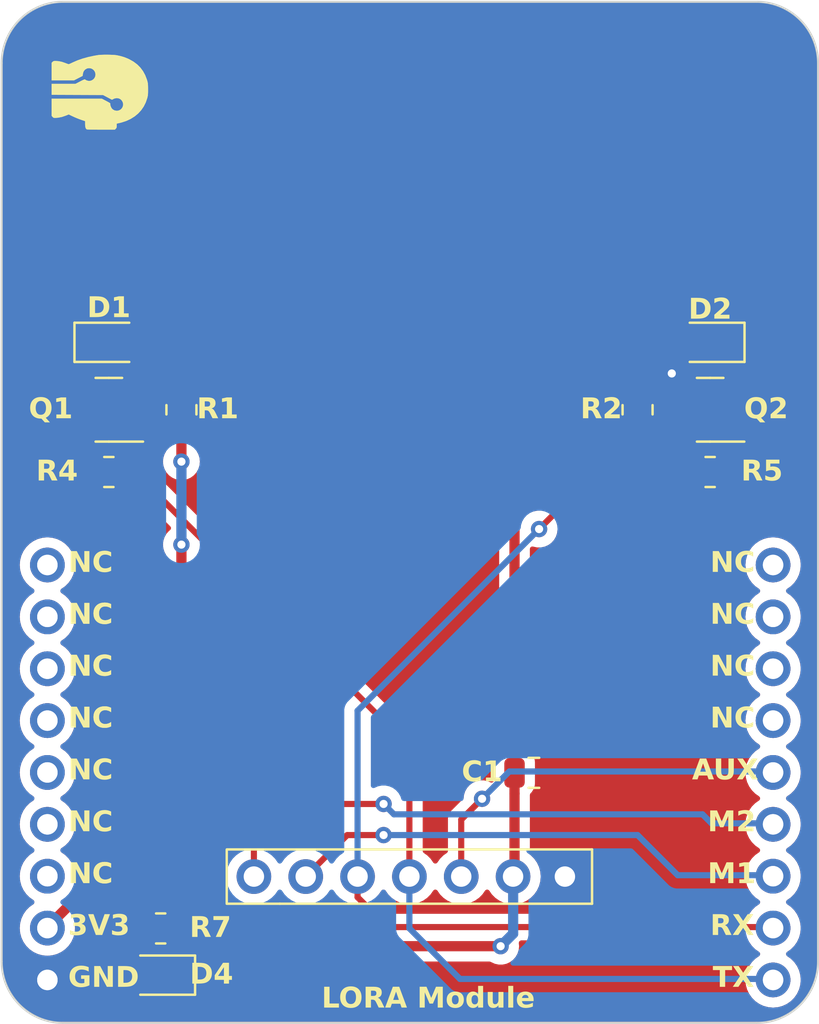
<source format=kicad_pcb>
(kicad_pcb (version 20240108) (generator "pcbnew") (generator_version "8.0")
  (layers (0 "F.Cu" signal) (31 "B.Cu" signal) (34 "B.Paste" user) (35 "F.Paste" user) (36 "B.SilkS" user "B.Silkscreen") (37 "F.SilkS" user "F.Silkscreen") (38 "B.Mask" user) (39 "F.Mask" user) (44 "Edge.Cuts" user))
  (net 0 "")
  (net 1 "+3V3")
  (net 2 "GND")
  (net 3 "Net-(D1-K)")
  (net 4 "Net-(D1-A)")
  (net 5 "Net-(D2-K)")
  (net 6 "Net-(D2-A)")
  (net 7 "Net-(D4-A)")
  (net 8 "Net-(Q1-B)")
  (net 9 "Net-(Q2-B)")
  (net 10 "TX")
  (net 11 "RX")
  (net 12 "AUX")
  (net 20 "M1")
  (net 21 "M2")
  (footprint "Resistor_SMD:R_0805_2012Metric" (layer "F.Cu") (at 81.28 51.308 90)
    (property "Reference" "R2" (at 0 -1.778 180) (layer "F.SilkS") (effects (font (thickness 0.15) (bold yes))))
    (property "Value" "R")
    (fp_line (start -0.227064 -0.735) (end 0.227064 -0.735) (stroke (width 0.12)) (layer "F.SilkS"))
    (fp_line (start -0.227064 0.735) (end 0.227064 0.735) (stroke (width 0.12)) (layer "F.SilkS"))
    (pad "1" smd roundrect (at -0.9125 0 90) (size 1.025 1.4) (layers "F.Cu" "F.Paste" "F.Mask") (roundrect_rratio 0.243902) (net 1 "+3V3"))
    (pad "2" smd roundrect (at 0.9125 0 90) (size 1.025 1.4) (layers "F.Cu" "F.Paste" "F.Mask") (roundrect_rratio 0.243902) (net 6 "Net-(D2-A)"))
  )
  (footprint "Connector_PinHeader_2.54mm:PinHeader_1x07_P2.54mm_Vertical" (layer "F.Cu") (at 62.479 74.168 90)
    (property "Reference" "J1" (hide yes))
    (property "Value" "Conn_01x07_Pin")
    (fp_line (start -1.3208 -1.33) (end 1.3208 -1.33) (stroke (width 0.12)) (layer "F.SilkS"))
    (fp_line (start 1.33 -1.3208) (end 1.33 16.57) (stroke (width 0.12)) (layer "F.SilkS"))
    (fp_line (start -1.33 1.27) (end -1.33 -1.33) (stroke (width 0.12)) (layer "F.SilkS"))
    (fp_line (start -1.33 1.27) (end -1.33 16.57) (stroke (width 0.12)) (layer "F.SilkS"))
    (fp_line (start -1.33 16.57) (end 1.33 16.57) (stroke (width 0.12)) (layer "F.SilkS"))
    (pad "1" thru_hole oval (at 0 0 90) (size 1.7 1.7) (drill 1) (layers "*.Cu" "*.Mask") (net 21 "M2"))
    (pad "2" thru_hole oval (at 0 2.54 90) (size 1.7 1.7) (drill 1) (layers "*.Cu" "*.Mask") (net 20 "M1"))
    (pad "3" thru_hole oval (at 0 5.08 90) (size 1.7 1.7) (drill 1) (layers "*.Cu" "*.Mask") (net 11 "RX"))
    (pad "4" thru_hole oval (at 0 7.62 90) (size 1.7 1.7) (drill 1) (layers "*.Cu" "*.Mask") (net 10 "TX"))
    (pad "5" thru_hole oval (at 0 10.16 90) (size 1.7 1.7) (drill 1) (layers "*.Cu" "*.Mask") (net 12 "AUX"))
    (pad "6" thru_hole oval (at 0 12.7 90) (size 1.7 1.7) (drill 1) (layers "*.Cu" "*.Mask") (net 1 "+3V3"))
    (pad "7" thru_hole oval (at 0 15.24 90) (size 1.7 1.7) (drill 1) (layers "*.Cu" "*.Mask") (net 2 "GND"))
  )
  (footprint "Package_TO_SOT_SMD:SOT-23" (layer "F.Cu") (at 55.372 51.308 180)
    (property "Reference" "Q1" (at 2.8448 0 0) (layer "F.SilkS") (effects (font (thickness 0.15) (bold yes))))
    (property "Value" "MMBT3906" (hide yes))
    (fp_line (start 0 1.56) (end 0.65 1.56) (stroke (width 0.12)) (layer "F.SilkS"))
    (fp_line (start 0 1.56) (end -0.65 1.56) (stroke (width 0.12)) (layer "F.SilkS"))
    (fp_line (start 0 -1.56) (end 0.65 -1.56) (stroke (width 0.12)) (layer "F.SilkS"))
    (fp_line (start 0 -1.56) (end -1.675 -1.56) (stroke (width 0.12)) (layer "F.SilkS"))
    (pad "1" smd roundrect (at -0.9375 -0.95 180) (size 1.475 0.6) (layers "F.Cu" "F.Paste" "F.Mask") (net 8 "Net-(Q1-B)"))
    (pad "2" smd roundrect (at -0.9375 0.95 180) (size 1.475 0.6) (layers "F.Cu" "F.Paste" "F.Mask") (net 3 "Net-(D1-K)"))
    (pad "3" smd roundrect (at 0.9375 0 180) (size 1.475 0.6) (layers "F.Cu" "F.Paste" "F.Mask") (net 2 "GND"))
  )
  (footprint "Resistor_SMD:R_0805_2012Metric" (layer "F.Cu") (at 55.372 54.356)
    (property "Reference" "R4" (at -2.54 0 180) (layer "F.SilkS") (effects (font (thickness 0.15) (bold yes))))
    (property "Value" "0r")
    (fp_line (start -0.227064 -0.735) (end 0.227064 -0.735) (stroke (width 0.12)) (layer "F.SilkS"))
    (fp_line (start -0.227064 0.735) (end 0.227064 0.735) (stroke (width 0.12)) (layer "F.SilkS"))
    (pad "1" smd roundrect (at -0.9125 0) (size 1.025 1.4) (layers "F.Cu" "F.Paste" "F.Mask") (roundrect_rratio 0.243902) (net 8 "Net-(Q1-B)"))
    (pad "2" smd roundrect (at 0.9125 0) (size 1.025 1.4) (layers "F.Cu" "F.Paste" "F.Mask") (roundrect_rratio 0.243902) (net 10 "TX"))
  )
  (footprint "Moduler_:pin_header_5-3" (layer "F.Cu") (at 70.111366 69.101598)
    (property "Reference" "U1" (hide yes))
    (property "Value" "~")
    (fp_poly (pts (xy -14.710948 -35.17884) (xy -14.585939 -35.174576) (xy -14.474002 -35.167811) (xy -14.382368 -35.158606) (xy -14.34329 -35.152534) (xy -14.154835 -35.11138) (xy -13.984897 -35.060364) (xy -13.820935 -34.995405) (xy -13.73097 -34.953342) (xy -13.527375 -34.837922) (xy -13.348687 -34.703228) (xy -13.194484 -34.548746) (xy -13.064344 -34.373962) (xy -12.957846 -34.178362) (xy -12.874566 -33.961431) (xy -12.851087 -33.881335) (xy -12.838325 -33.829151) (xy -12.829212 -33.776795) (xy -12.823172 -33.71741) (xy -12.81963 -33.644137) (xy -12.818011 -33.550119) (xy -12.817726 -33.483485) (xy -12.818037 -33.37837) (xy -12.819745 -33.297491) (xy -12.823539 -33.2335) (xy -12.830105 -33.17905) (xy -12.840132 -33.126793) (xy -12.854308 -33.06938) (xy -12.857653 -33.056811) (xy -12.93108 -32.841374) (xy -13.030729 -32.642803) (xy -13.155513 -32.462084) (xy -13.304344 -32.300201) (xy -13.476134 -32.158139) (xy -13.669797 -32.036884) (xy -13.884244 -31.93742) (xy -14.118388 -31.860732) (xy -14.200901 -31.840337) (xy -14.354913 -31.805212) (xy -14.354913 -31.70327) (xy -14.356453 -31.645196) (xy -14.363385 -31.60754) (xy -14.379173 -31.579187) (xy -14.401086 -31.555155) (xy -14.447259 -31.508982) (xy -15.123754 -31.509463) (xy -15.31892 -31.51001) (xy -15.482554 -31.511353) (xy -15.614702 -31.513493) (xy -15.715413 -31.516432) (xy -15.784737 -31.52017) (xy -15.82272 -31.524708) (xy -15.829372 -31.526872) (xy -15.865071 -31.564552) (xy -15.888907 -31.629647) (xy -15.90111 -31.722975) (xy -15.902948 -31.788854) (xy -15.902973 -31.927577) (xy -16.102689 -31.995173) (xy -16.198979 -32.03008) (xy -16.30906 -32.073627) (xy -16.41864 -32.119985) (xy -16.504486 -32.15904) (xy -16.706568 -32.255311) (xy -16.850424 -32.197068) (xy -17.03963 -32.132811) (xy -17.221023 -32.096904) (xy -17.33758 -32.088314) (xy -17.397934 -32.087624) (xy -17.436315 -32.091059) (xy -17.462315 -32.101512) (xy -17.485529 -32.121876) (xy -17.499489 -32.137123) (xy -17.545709 -32.18871) (xy -17.545709 -32.607055) (xy -17.545709 -33.0254) (xy -16.312292 -33.0254) (xy -15.078876 -33.0254) (xy -14.869167 -32.91472) (xy -14.788206 -32.871562) (xy -14.731432 -32.839759) (xy -14.694859 -32.816377) (xy -14.6745 -32.798482) (xy -14.666369 -32.783139) (xy -14.666477 -32.767412) (xy -14.666779 -32.765751) (xy -14.665126 -32.712626) (xy -14.646602 -32.647798) (xy -14.615766 -32.582773) (xy -14.577176 -32.529059) (xy -14.570128 -32.521836) (xy -14.521593 -32.485665) (xy -14.46201 -32.455235) (xy -14.440165 -32.447418) (xy -14.346411 -32.433525) (xy -14.258748 -32.44701) (xy -14.180875 -32.483784) (xy -14.116492 -32.539757) (xy -14.069298 -32.610842) (xy -14.042993 -32.692949) (xy -14.041277 -32.781989) (xy -14.06344 -32.863783) (xy -14.114073 -32.948142) (xy -14.183136 -33.009345) (xy -14.265955 -33.045786) (xy -14.35786 -33.055858) (xy -14.454177 -33.037956) (xy -14.506418 -33.016072) (xy -14.587296 -32.975152) (xy -14.80677 -33.091103) (xy -15.026244 -33.207055) (xy -16.285976 -33.211369) (xy -17.545709 -33.215684) (xy -17.545709 -33.483851) (xy -17.545709 -33.752017) (xy -16.961474 -33.752017) (xy -16.377239 -33.752017) (xy -16.149006 -33.870641) (xy -16.050994 -33.920159) (xy -15.978201 -33.95376) (xy -15.93116 -33.971216) (xy -15.91041 -33.972302) (xy -15.909899 -33.97167) (xy -15.889735 -33.954812) (xy -15.851779 -33.93309) (xy -15.833841 -33.924476) (xy -15.74271 -33.898346) (xy -15.654046 -33.900218) (xy -15.572016 -33.926547) (xy -15.500786 -33.973787) (xy -15.444523 -34.038396) (xy -15.407394 -34.116826) (xy -15.393566 -34.205535) (xy -15.404165 -34.29) (xy -15.441455 -34.376665) (xy -15.500566 -34.445985) (xy -15.575798 -34.495062) (xy -15.661453 -34.520999) (xy -15.751831 -34.520897) (xy -15.820285 -34.501574) (xy -15.90513 -34.451436) (xy -15.965566 -34.38171) (xy -16.00221 -34.291517) (xy -16.012904 -34.228531) (xy -16.021393 -34.144286) (xy -16.233611 -34.03503) (xy -16.445829 -33.925773) (xy -16.995769 -33.925773) (xy -17.545709 -33.925773) (xy -17.545709 -34.353481) (xy -17.545709 -34.781189) (xy -17.499536 -34.827362) (xy -17.472807 -34.851465) (xy -17.44641 -34.865291) (xy -17.410518 -34.871628) (xy -17.355302 -34.87326) (xy -17.337627 -34.87326) (xy -17.1905 -34.86262) (xy -17.039194 -34.830323) (xy -16.876273 -34.774761) (xy -16.86862 -34.771717) (xy -16.805513 -34.747338) (xy -16.752102 -34.728303) (xy -16.716061 -34.71727) (xy -16.706518 -34.715574) (xy -16.684698 -34.722235) (xy -16.640805 -34.740425) (xy -16.580976 -34.767455) (xy -16.511349 -34.800638) (xy -16.503128 -34.804659) (xy -16.279364 -34.902437) (xy -16.029016 -34.989762) (xy -15.755661 -35.065594) (xy -15.46287 -35.128896) (xy -15.27898 -35.160488) (xy -15.197078 -35.169653) (xy -15.092093 -35.176009) (xy -14.971256 -35.179618) (xy -14.841797 -35.180541)) (fill solid) (layer "F.SilkS"))
    (fp_poly (pts (xy -14.710948 -35.17884) (xy -14.585939 -35.174576) (xy -14.474002 -35.167811) (xy -14.382368 -35.158606) (xy -14.34329 -35.152534) (xy -14.154835 -35.11138) (xy -13.984897 -35.060364) (xy -13.820935 -34.995405) (xy -13.73097 -34.953342) (xy -13.527375 -34.837922) (xy -13.348687 -34.703228) (xy -13.194484 -34.548746) (xy -13.064344 -34.373962) (xy -12.957846 -34.178362) (xy -12.874566 -33.961431) (xy -12.851087 -33.881335) (xy -12.838325 -33.829151) (xy -12.829212 -33.776795) (xy -12.823172 -33.71741) (xy -12.81963 -33.644137) (xy -12.818011 -33.550119) (xy -12.817726 -33.483485) (xy -12.818037 -33.37837) (xy -12.819745 -33.297491) (xy -12.823539 -33.2335) (xy -12.830105 -33.17905) (xy -12.840132 -33.126793) (xy -12.854308 -33.06938) (xy -12.857653 -33.056811) (xy -12.93108 -32.841374) (xy -13.030729 -32.642803) (xy -13.155513 -32.462084) (xy -13.304344 -32.300201) (xy -13.476134 -32.158139) (xy -13.669797 -32.036884) (xy -13.884244 -31.93742) (xy -14.118388 -31.860732) (xy -14.200901 -31.840337) (xy -14.354913 -31.805212) (xy -14.354913 -31.70327) (xy -14.356453 -31.645196) (xy -14.363385 -31.60754) (xy -14.379173 -31.579187) (xy -14.401086 -31.555155) (xy -14.447259 -31.508982) (xy -15.123754 -31.509463) (xy -15.31892 -31.51001) (xy -15.482554 -31.511353) (xy -15.614702 -31.513493) (xy -15.715413 -31.516432) (xy -15.784737 -31.52017) (xy -15.82272 -31.524708) (xy -15.829372 -31.526872) (xy -15.865071 -31.564552) (xy -15.888907 -31.629647) (xy -15.90111 -31.722975) (xy -15.902948 -31.788854) (xy -15.902973 -31.927577) (xy -16.102689 -31.995173) (xy -16.198979 -32.03008) (xy -16.30906 -32.073627) (xy -16.41864 -32.119985) (xy -16.504486 -32.15904) (xy -16.706568 -32.255311) (xy -16.850424 -32.197068) (xy -17.03963 -32.132811) (xy -17.221023 -32.096904) (xy -17.33758 -32.088314) (xy -17.397934 -32.087624) (xy -17.436315 -32.091059) (xy -17.462315 -32.101512) (xy -17.485529 -32.121876) (xy -17.499489 -32.137123) (xy -17.545709 -32.18871) (xy -17.545709 -32.607055) (xy -17.545709 -33.0254) (xy -16.312292 -33.0254) (xy -15.078876 -33.0254) (xy -14.869167 -32.91472) (xy -14.788206 -32.871562) (xy -14.731432 -32.839759) (xy -14.694859 -32.816377) (xy -14.6745 -32.798482) (xy -14.666369 -32.783139) (xy -14.666477 -32.767412) (xy -14.666779 -32.765751) (xy -14.665126 -32.712626) (xy -14.646602 -32.647798) (xy -14.615766 -32.582773) (xy -14.577176 -32.529059) (xy -14.570128 -32.521836) (xy -14.521593 -32.485665) (xy -14.46201 -32.455235) (xy -14.440165 -32.447418) (xy -14.346411 -32.433525) (xy -14.258748 -32.44701) (xy -14.180875 -32.483784) (xy -14.116492 -32.539757) (xy -14.069298 -32.610842) (xy -14.042993 -32.692949) (xy -14.041277 -32.781989) (xy -14.06344 -32.863783) (xy -14.114073 -32.948142) (xy -14.183136 -33.009345) (xy -14.265955 -33.045786) (xy -14.35786 -33.055858) (xy -14.454177 -33.037956) (xy -14.506418 -33.016072) (xy -14.587296 -32.975152) (xy -14.80677 -33.091103) (xy -15.026244 -33.207055) (xy -16.285976 -33.211369) (xy -17.545709 -33.215684) (xy -17.545709 -33.483851) (xy -17.545709 -33.752017) (xy -16.961474 -33.752017) (xy -16.377239 -33.752017) (xy -16.149006 -33.870641) (xy -16.050994 -33.920159) (xy -15.978201 -33.95376) (xy -15.93116 -33.971216) (xy -15.91041 -33.972302) (xy -15.909899 -33.97167) (xy -15.889735 -33.954812) (xy -15.851779 -33.93309) (xy -15.833841 -33.924476) (xy -15.74271 -33.898346) (xy -15.654046 -33.900218) (xy -15.572016 -33.926547) (xy -15.500786 -33.973787) (xy -15.444523 -34.038396) (xy -15.407394 -34.116826) (xy -15.393566 -34.205535) (xy -15.404165 -34.29) (xy -15.441455 -34.376665) (xy -15.500566 -34.445985) (xy -15.575798 -34.495062) (xy -15.661453 -34.520999) (xy -15.751831 -34.520897) (xy -15.820285 -34.501574) (xy -15.90513 -34.451436) (xy -15.965566 -34.38171) (xy -16.00221 -34.291517) (xy -16.012904 -34.228531) (xy -16.021393 -34.144286) (xy -16.233611 -34.03503) (xy -16.445829 -33.925773) (xy -16.995769 -33.925773) (xy -17.545709 -33.925773) (xy -17.545709 -34.353481) (xy -17.545709 -34.781189) (xy -17.499536 -34.827362) (xy -17.472807 -34.851465) (xy -17.44641 -34.865291) (xy -17.410518 -34.871628) (xy -17.355302 -34.87326) (xy -17.337627 -34.87326) (xy -17.1905 -34.86262) (xy -17.039194 -34.830323) (xy -16.876273 -34.774761) (xy -16.86862 -34.771717) (xy -16.805513 -34.747338) (xy -16.752102 -34.728303) (xy -16.716061 -34.71727) (xy -16.706518 -34.715574) (xy -16.684698 -34.722235) (xy -16.640805 -34.740425) (xy -16.580976 -34.767455) (xy -16.511349 -34.800638) (xy -16.503128 -34.804659) (xy -16.279364 -34.902437) (xy -16.029016 -34.989762) (xy -15.755661 -35.065594) (xy -15.46287 -35.128896) (xy -15.27898 -35.160488) (xy -15.197078 -35.169653) (xy -15.092093 -35.176009) (xy -14.971256 -35.179618) (xy -14.841797 -35.180541)) (fill solid) (layer "F.SilkS"))
    (fp_line (start -19.9898 9.2302) (end -19.9898 -34.7698) (stroke (width 0.1)) (layer "Edge.Cuts"))
    (fp_line (start -16.9898 -37.7698) (end 17.0102 -37.7698) (stroke (width 0.1)) (layer "Edge.Cuts"))
    (fp_line (start 17.0102 12.2302) (end -16.9898 12.2302) (stroke (width 0.1)) (layer "Edge.Cuts"))
    (fp_line (start 20.0102 -34.7698) (end 20.0102 9.2302) (stroke (width 0.1)) (layer "Edge.Cuts"))
    (fp_arc (start -19.9898 -34.7698) (mid -19.11112 -36.89112) (end -16.9898 -37.7698) (stroke (width 0.1)) (layer "Edge.Cuts"))
    (fp_arc (start -16.9898 12.2302) (mid -19.11112 11.35152) (end -19.9898 9.2302) (stroke (width 0.1)) (layer "Edge.Cuts"))
    (fp_arc (start 17.0102 -37.7698) (mid 19.13152 -36.89112) (end 20.0102 -34.7698) (stroke (width 0.1)) (layer "Edge.Cuts"))
    (fp_arc (start 20.0102 9.2302) (mid 19.13152 11.35152) (end 17.0102 12.2302) (stroke (width 0.1)) (layer "Edge.Cuts"))
    (fp_text user "NC" (at 14.724634 -2.063598 0) (layer "F.SilkS") (effects (font (thickness 0.2) (bold yes)) (justify left bottom)))
    (fp_text user "NC" (at -16.735366 -7.143598 0) (layer "F.SilkS") (effects (font (thickness 0.2) (bold yes)) (justify left bottom)))
    (fp_text user "NC" (at -16.735366 -9.683598 0) (layer "F.SilkS") (effects (font (thickness 0.2) (bold yes)) (justify left bottom)))
    (fp_text user "M2" (at 14.597634 3.016402 0) (layer "F.SilkS") (effects (font (thickness 0.2) (bold yes)) (justify left bottom)))
    (fp_text user "NC" (at -16.735366 3.016402 0) (layer "F.SilkS") (effects (font (thickness 0.2) (bold yes)) (justify left bottom)))
    (fp_text user "M1" (at 14.597634 5.556402 0) (layer "F.SilkS") (effects (font (thickness 0.2) (bold yes)) (justify left bottom)))
    (fp_text user "NC" (at -16.735366 0.476402 0) (layer "F.SilkS") (effects (font (thickness 0.2) (bold yes)) (justify left bottom)))
    (fp_text user "LORA Module" (at -4.318 11.651391 0) (layer "F.SilkS") (effects (font (thickness 0.1) (bold yes)) (justify left bottom)))
    (fp_text user "GND" (at -16.735366 10.636402 0) (layer "F.SilkS") (effects (font (thickness 0.2) (bold yes)) (justify left bottom)))
    (fp_text user "NC" (at -16.735366 -2.063598 0) (layer "F.SilkS") (effects (font (thickness 0.2) (bold yes)) (justify left bottom)))
    (fp_text user "RX" (at 14.724634 8.096402 0) (layer "F.SilkS") (effects (font (thickness 0.2) (bold yes)) (justify left bottom)))
    (fp_text user "NC" (at 14.724634 -9.683598 0) (layer "F.SilkS") (effects (font (thickness 0.2) (bold yes)) (justify left bottom)))
    (fp_text user "TX" (at 14.851634 10.636402 0) (layer "F.SilkS") (effects (font (thickness 0.2) (bold yes)) (justify left bottom)))
    (fp_text user "AUX" (at 13.835634 0.476402 0) (layer "F.SilkS") (effects (font (thickness 0.2) (bold yes)) (justify left bottom)))
    (fp_text user "NC" (at 14.724634 -7.143598 0) (layer "F.SilkS") (effects (font (thickness 0.2) (bold yes)) (justify left bottom)))
    (fp_text user "NC" (at -16.735366 -2.063598 0) (layer "F.SilkS") (effects (font (thickness 0.2) (bold yes)) (justify left bottom)))
    (fp_text user "NC" (at -16.735366 -7.143598 0) (layer "F.SilkS") (effects (font (thickness 0.2) (bold yes)) (justify left bottom)))
    (fp_text user "3V3" (at -16.735366 8.096402 0) (layer "F.SilkS") (effects (font (thickness 0.2) (bold yes)) (justify left bottom)))
    (fp_text user "NC" (at -16.735366 -4.603598 0) (layer "F.SilkS") (effects (font (thickness 0.2) (bold yes)) (justify left bottom)))
    (fp_text user "NC" (at -16.735366 -4.603598 0) (layer "F.SilkS") (effects (font (thickness 0.2) (bold yes)) (justify left bottom)))
    (fp_text user "NC" (at 14.724634 -4.603598 0) (layer "F.SilkS") (effects (font (thickness 0.2) (bold yes)) (justify left bottom)))
    (fp_text user "NC" (at -16.735366 5.556402 0) (layer "F.SilkS") (effects (font (thickness 0.2) (bold yes)) (justify left bottom)))
    (fp_text user "NC" (at -16.735366 5.556402 0) (layer "F.SilkS") (effects (font (thickness 0.2) (bold yes)) (justify left bottom)))
    (pad "1" thru_hole oval (at -17.751366 -10.191598) (size 1.7 1.7) (drill 1) (layers "*.Cu" "*.Mask"))
    (pad "1" thru_hole oval (at -17.751366 -10.191598) (size 1.7 1.7) (drill 1) (layers "*.Cu" "*.Mask"))
    (pad "2" thru_hole oval (at -17.751366 -7.651598) (size 1.7 1.7) (drill 1) (layers "*.Cu" "*.Mask"))
    (pad "2" thru_hole oval (at -17.751366 -7.651598) (size 1.7 1.7) (drill 1) (layers "*.Cu" "*.Mask"))
    (pad "3" thru_hole oval (at -17.751366 -5.111598) (size 1.7 1.7) (drill 1) (layers "*.Cu" "*.Mask"))
    (pad "3" thru_hole oval (at -17.751366 -5.111598) (size 1.7 1.7) (drill 1) (layers "*.Cu" "*.Mask"))
    (pad "4" thru_hole oval (at -17.751366 -2.571598) (size 1.7 1.7) (drill 1) (layers "*.Cu" "*.Mask"))
    (pad "4" thru_hole oval (at -17.751366 -2.571598) (size 1.7 1.7) (drill 1) (layers "*.Cu" "*.Mask"))
    (pad "5" thru_hole oval (at -17.751366 -0.031598) (size 1.7 1.7) (drill 1) (layers "*.Cu" "*.Mask"))
    (pad "5" thru_hole oval (at -17.751366 -0.031598) (size 1.7 1.7) (drill 1) (layers "*.Cu" "*.Mask"))
    (pad "6" thru_hole oval (at -17.751366 2.508402) (size 1.7 1.7) (drill 1) (layers "*.Cu" "*.Mask"))
    (pad "6" thru_hole oval (at -17.751366 2.508402) (size 1.7 1.7) (drill 1) (layers "*.Cu" "*.Mask"))
    (pad "7" thru_hole oval (at -17.751366 5.048402) (size 1.7 1.7) (drill 1) (layers "*.Cu" "*.Mask"))
    (pad "7" thru_hole oval (at -17.751366 5.048402) (size 1.7 1.7) (drill 1) (layers "*.Cu" "*.Mask"))
    (pad "8" thru_hole oval (at -17.751366 7.588402) (size 1.7 1.7) (drill 1) (layers "*.Cu" "*.Mask") (net 1 "+3V3"))
    (pad "8" thru_hole oval (at -17.751366 7.588402) (size 1.7 1.7) (drill 1) (layers "*.Cu" "*.Mask") (net 1 "+3V3"))
    (pad "9" thru_hole oval (at -17.751366 10.128402) (size 1.7 1.7) (drill 1) (layers "*.Cu" "*.Mask") (net 2 "GND"))
    (pad "9" thru_hole oval (at -17.751366 10.128402) (size 1.7 1.7) (drill 1) (layers "*.Cu" "*.Mask") (net 2 "GND"))
    (pad "10" thru_hole oval (at 17.808634 10.128402) (size 1.7 1.7) (drill 1) (layers "*.Cu" "*.Mask") (net 10 "TX"))
    (pad "10" thru_hole oval (at 17.808634 10.128402) (size 1.7 1.7) (drill 1) (layers "*.Cu" "*.Mask") (net 10 "TX"))
    (pad "11" thru_hole oval (at 17.808634 7.588402) (size 1.7 1.7) (drill 1) (layers "*.Cu" "*.Mask") (net 11 "RX"))
    (pad "11" thru_hole oval (at 17.808634 7.588402) (size 1.7 1.7) (drill 1) (layers "*.Cu" "*.Mask") (net 11 "RX"))
    (pad "12" thru_hole oval (at 17.808634 5.048402) (size 1.7 1.7) (drill 1) (layers "*.Cu" "*.Mask") (net 20 "M1"))
    (pad "12" thru_hole oval (at 17.808634 5.048402) (size 1.7 1.7) (drill 1) (layers "*.Cu" "*.Mask") (net 20 "M1"))
    (pad "13" thru_hole oval (at 17.808634 2.508402) (size 1.7 1.7) (drill 1) (layers "*.Cu" "*.Mask") (net 21 "M2"))
    (pad "13" thru_hole oval (at 17.808634 2.508402) (size 1.7 1.7) (drill 1) (layers "*.Cu" "*.Mask") (net 21 "M2"))
    (pad "14" thru_hole oval (at 17.808634 -0.031598) (size 1.7 1.7) (drill 1) (layers "*.Cu" "*.Mask") (net 12 "AUX"))
    (pad "14" thru_hole oval (at 17.808634 -0.031598) (size 1.7 1.7) (drill 1) (layers "*.Cu" "*.Mask") (net 12 "AUX"))
    (pad "15" thru_hole oval (at 17.808634 -2.571598) (size 1.7 1.7) (drill 1) (layers "*.Cu" "*.Mask"))
    (pad "15" thru_hole oval (at 17.808634 -2.571598) (size 1.7 1.7) (drill 1) (layers "*.Cu" "*.Mask"))
    (pad "16" thru_hole oval (at 17.808634 -5.111598) (size 1.7 1.7) (drill 1) (layers "*.Cu" "*.Mask"))
    (pad "16" thru_hole oval (at 17.808634 -5.111598) (size 1.7 1.7) (drill 1) (layers "*.Cu" "*.Mask"))
    (pad "17" thru_hole oval (at 17.808634 -7.651598) (size 1.7 1.7) (drill 1) (layers "*.Cu" "*.Mask"))
    (pad "17" thru_hole oval (at 17.808634 -7.651598) (size 1.7 1.7) (drill 1) (layers "*.Cu" "*.Mask"))
    (pad "18" thru_hole oval (at 17.808634 -10.191598) (size 1.7 1.7) (drill 1) (layers "*.Cu" "*.Mask"))
    (pad "18" thru_hole oval (at 17.808634 -10.191598) (size 1.7 1.7) (drill 1) (layers "*.Cu" "*.Mask"))
  )
  (footprint "Capacitor_SMD:C_0805_2012Metric" (layer "F.Cu") (at 76.2 69.088)
    (property "Reference" "C1" (at -2.54 0 0) (layer "F.SilkS") (effects (font (thickness 0.15) (bold yes))))
    (property "Value" "C")
    (fp_line (start -0.261252 -0.735) (end 0.261252 -0.735) (stroke (width 0.12)) (layer "F.SilkS"))
    (fp_line (start -0.261252 0.735) (end 0.261252 0.735) (stroke (width 0.12)) (layer "F.SilkS"))
    (pad "1" smd roundrect (at -0.95 0) (size 1 1.45) (layers "F.Cu" "F.Paste" "F.Mask") (net 1 "+3V3"))
    (pad "2" smd roundrect (at 0.95 0) (size 1 1.45) (layers "F.Cu" "F.Paste" "F.Mask") (net 2 "GND"))
  )
  (footprint "LED_SMD:LED_0805_2012Metric" (layer "F.Cu") (at 84.836 48.006 180)
    (property "Reference" "D2" (at 0 1.5748 0) (layer "F.SilkS") (effects (font (thickness 0.15) (bold yes))))
    (property "Value" "LED")
    (fp_line (start 1 -0.96) (end -1.685 -0.96) (stroke (width 0.12)) (layer "F.SilkS"))
    (fp_line (start -1.685 0.96) (end 1 0.96) (stroke (width 0.12)) (layer "F.SilkS"))
    (fp_line (start -1.685 -0.96) (end -1.685 0.96) (stroke (width 0.12)) (layer "F.SilkS"))
    (pad "1" smd roundrect (at -0.9375 0 180) (size 0.975 1.4) (layers "F.Cu" "F.Paste" "F.Mask") (net 5 "Net-(D2-K)"))
    (pad "2" smd roundrect (at 0.9375 0 180) (size 0.975 1.4) (layers "F.Cu" "F.Paste" "F.Mask") (net 6 "Net-(D2-A)"))
  )
  (footprint "LED_SMD:LED_0805_2012Metric" (layer "F.Cu") (at 57.912 78.994 180)
    (property "Reference" "D4" (at -2.4892 0 0) (layer "F.SilkS") (effects (font (thickness 0.15) (bold yes))))
    (property "Value" "LED" (hide yes))
    (fp_line (start 1 -0.96) (end -1.685 -0.96) (stroke (width 0.12)) (layer "F.SilkS"))
    (fp_line (start -1.685 0.96) (end 1 0.96) (stroke (width 0.12)) (layer "F.SilkS"))
    (fp_line (start -1.685 -0.96) (end -1.685 0.96) (stroke (width 0.12)) (layer "F.SilkS"))
    (pad "1" smd roundrect (at -0.9375 0 180) (size 0.975 1.4) (layers "F.Cu" "F.Paste" "F.Mask") (net 2 "GND"))
    (pad "2" smd roundrect (at 0.9375 0 180) (size 0.975 1.4) (layers "F.Cu" "F.Paste" "F.Mask") (net 7 "Net-(D4-A)"))
  )
  (footprint "Package_TO_SOT_SMD:SOT-23" (layer "F.Cu") (at 84.836 51.308 180)
    (property "Reference" "Q2" (at -2.7432 0 0) (layer "F.SilkS") (effects (font (thickness 0.15) (bold yes))))
    (property "Value" "3906")
    (fp_line (start 0 1.56) (end 0.65 1.56) (stroke (width 0.12)) (layer "F.SilkS"))
    (fp_line (start 0 1.56) (end -0.65 1.56) (stroke (width 0.12)) (layer "F.SilkS"))
    (fp_line (start 0 -1.56) (end 0.65 -1.56) (stroke (width 0.12)) (layer "F.SilkS"))
    (fp_line (start 0 -1.56) (end -1.675 -1.56) (stroke (width 0.12)) (layer "F.SilkS"))
    (pad "1" smd roundrect (at -0.9375 -0.95 180) (size 1.475 0.6) (layers "F.Cu" "F.Paste" "F.Mask") (net 9 "Net-(Q2-B)"))
    (pad "2" smd roundrect (at -0.9375 0.95 180) (size 1.475 0.6) (layers "F.Cu" "F.Paste" "F.Mask") (net 5 "Net-(D2-K)"))
    (pad "3" smd roundrect (at 0.9375 0 180) (size 1.475 0.6) (layers "F.Cu" "F.Paste" "F.Mask") (net 2 "GND"))
  )
  (footprint "Resistor_SMD:R_0805_2012Metric" (layer "F.Cu") (at 84.836 54.356 180)
    (property "Reference" "R5" (at -2.54 0 180) (layer "F.SilkS") (effects (font (thickness 0.15) (bold yes))))
    (property "Value" "0r")
    (fp_line (start -0.227064 0.735) (end 0.227064 0.735) (stroke (width 0.12)) (layer "F.SilkS"))
    (fp_line (start -0.227064 -0.735) (end 0.227064 -0.735) (stroke (width 0.12)) (layer "F.SilkS"))
    (pad "1" smd roundrect (at -0.9125 0 180) (size 1.025 1.4) (layers "F.Cu" "F.Paste" "F.Mask") (roundrect_rratio 0.243902) (net 9 "Net-(Q2-B)"))
    (pad "2" smd roundrect (at 0.9125 0 180) (size 1.025 1.4) (layers "F.Cu" "F.Paste" "F.Mask") (roundrect_rratio 0.243902) (net 11 "RX"))
  )
  (footprint "Resistor_SMD:R_0805_2012Metric" (layer "F.Cu") (at 57.912 76.708)
    (property "Reference" "R7" (at 2.4384 0 0) (layer "F.SilkS") (effects (font (thickness 0.15) (bold yes))))
    (property "Value" "R" (hide yes))
    (fp_line (start -0.227064 -0.735) (end 0.227064 -0.735) (stroke (width 0.12)) (layer "F.SilkS"))
    (fp_line (start -0.227064 0.735) (end 0.227064 0.735) (stroke (width 0.12)) (layer "F.SilkS"))
    (pad "1" smd roundrect (at -0.9125 0) (size 1.025 1.4) (layers "F.Cu" "F.Paste" "F.Mask") (roundrect_rratio 0.243902) (net 7 "Net-(D4-A)"))
    (pad "2" smd roundrect (at 0.9125 0) (size 1.025 1.4) (layers "F.Cu" "F.Paste" "F.Mask") (roundrect_rratio 0.243902) (net 1 "+3V3"))
  )
  (footprint "LED_SMD:LED_0805_2012Metric" (layer "F.Cu") (at 55.372 48.006)
    (property "Reference" "D1" (at 0 -1.65 0) (layer "F.SilkS") (effects (font (thickness 0.15) (bold yes))))
    (property "Value" "LED")
    (fp_line (start -1.685 -0.96) (end -1.685 0.96) (stroke (width 0.12)) (layer "F.SilkS"))
    (fp_line (start -1.685 0.96) (end 1 0.96) (stroke (width 0.12)) (layer "F.SilkS"))
    (fp_line (start 1 -0.96) (end -1.685 -0.96) (stroke (width 0.12)) (layer "F.SilkS"))
    (pad "1" smd roundrect (at -0.9375 0) (size 0.975 1.4) (layers "F.Cu" "F.Paste" "F.Mask") (net 3 "Net-(D1-K)"))
    (pad "2" smd roundrect (at 0.9375 0) (size 0.975 1.4) (layers "F.Cu" "F.Paste" "F.Mask") (net 4 "Net-(D1-A)"))
  )
  (footprint "Resistor_SMD:R_0805_2012Metric" (layer "F.Cu") (at 58.928 51.308 90)
    (property "Reference" "R1" (at 0 1.778 180) (layer "F.SilkS") (effects (font (thickness 0.15) (bold yes))))
    (property "Value" "R")
    (fp_line (start -0.227064 -0.735) (end 0.227064 -0.735) (stroke (width 0.12)) (layer "F.SilkS"))
    (fp_line (start -0.227064 0.735) (end 0.227064 0.735) (stroke (width 0.12)) (layer "F.SilkS"))
    (pad "1" smd roundrect (at -0.9125 0 90) (size 1.025 1.4) (layers "F.Cu" "F.Paste" "F.Mask") (roundrect_rratio 0.243902) (net 1 "+3V3"))
    (pad "2" smd roundrect (at 0.9125 0 90) (size 1.025 1.4) (layers "F.Cu" "F.Paste" "F.Mask") (roundrect_rratio 0.243902) (net 4 "Net-(D1-A)"))
  )
  (segment (start 58.5705 74.676) (end 54.327433 74.676) (width 0.5) (layer "F.Cu") (net 1))
  (segment (start 54.327433 74.676) (end 52.362511 76.640922) (width 0.5) (layer "F.Cu") (net 1))
  (segment (start 61.067523 77.577523) (end 74.568477 77.577523) (width 0.5) (layer "F.Cu") (net 1))
  (segment (start 58.928 76.6045) (end 58.928 75.0335) (width 0.5) (layer "F.Cu") (net 1))
  (segment (start 58.928 75.0335) (end 58.5705 74.676) (width 0.5) (layer "F.Cu") (net 1))
  (segment (start 60.198 76.708) (end 61.067523 77.577523) (width 0.5) (layer "F.Cu") (net 1))
  (segment (start 75.25 74.097) (end 75.179 74.168) (width 0.5) (layer "F.Cu") (net 1))
  (segment (start 80.772 52.2205) (end 80.763462 52.211962) (width 0.5) (layer "F.Cu") (net 1))
  (segment (start 75.25 55.310422) (end 75.25 70.104) (width 0.5) (layer "F.Cu") (net 1))
  (segment (start 58.928 75.0335) (end 58.928 57.912) (width 0.5) (layer "F.Cu") (net 1))
  (segment (start 58.928 76.6045) (end 59.0315 76.708) (width 0.5) (layer "F.Cu") (net 1))
  (segment (start 58.8245 76.708) (end 58.928 76.6045) (width 0.5) (layer "F.Cu") (net 1))
  (segment (start 58.8245 76.708) (end 60.198 76.708) (width 0.5) (layer "F.Cu") (net 1))
  (segment (start 78.34846 52.211962) (end 75.25 55.310422) (width 0.5) (layer "F.Cu") (net 1))
  (segment (start 80.763462 52.211962) (end 78.34846 52.211962) (width 0.5) (layer "F.Cu") (net 1))
  (segment (start 75.25 70.104) (end 75.25 74.097) (width 0.5) (layer "F.Cu") (net 1))
  (segment (start 58.928 53.848) (end 58.928 52.2205) (width 0.5) (layer "F.Cu") (net 1))
  (segment (start 78.339922 52.2205) (end 78.34846 52.211962) (width 0.5) (layer "F.Cu") (net 1))
  (via (at 58.928 53.848) (size 0.8) (drill 0.4) (layers "F.Cu" "B.Cu") (net 1))
  (via (at 58.928 57.912) (size 0.8) (drill 0.4) (layers "F.Cu" "B.Cu") (net 1))
  (via (at 74.568477 77.577523) (size 0.8) (drill 0.4) (layers "F.Cu" "B.Cu") (net 1))
  (segment (start 75.184 74.173) (end 75.179 74.168) (width 0.5) (layer "B.Cu") (net 1))
  (segment (start 75.184 76.962) (end 75.184 74.173) (width 0.5) (layer "B.Cu") (net 1))
  (segment (start 74.568477 77.577523) (end 75.184 76.962) (width 0.5) (layer "B.Cu") (net 1))
  (segment (start 58.928 57.912) (end 58.928 53.848) (width 0.5) (layer "B.Cu") (net 1))
  (segment (start 58.928 78.9155) (end 58.8495 78.994) (width 0.5) (layer "F.Cu") (net 2))
  (via (at 82.9564 49.53) (size 0.8) (drill 0.4) (layers "F.Cu" "B.Cu") (net 2))
  (segment (start 54.4345 48.006) (end 54.4345 48.483) (width 0.3) (layer "F.Cu") (net 3))
  (segment (start 54.4345 48.483) (end 56.3095 50.358) (width 0.3) (layer "F.Cu") (net 3))
  (segment (start 58.928 48.514) (end 58.928 50.3955) (width 0.3) (layer "F.Cu") (net 4))
  (segment (start 58.42 48.006) (end 58.928 48.514) (width 0.3) (layer "F.Cu") (net 4))
  (segment (start 56.159 48.006) (end 58.2695 48.006) (width 0.3) (layer "F.Cu") (net 4))
  (segment (start 85.7735 48.006) (end 85.7735 50.358) (width 0.3) (layer "F.Cu") (net 5))
  (segment (start 81.788 48.006) (end 83.8985 48.006) (width 0.3) (layer "F.Cu") (net 6))
  (segment (start 81.28 50.3955) (end 81.28 48.514) (width 0.3) (layer "F.Cu") (net 6))
  (segment (start 81.28 48.514) (end 81.788 48.006) (width 0.3) (layer "F.Cu") (net 6))
  (segment (start 57.186422 76.640922) (end 57.2535 76.708) (width 0.5) (layer "F.Cu") (net 7))
  (segment (start 56.9995 78.969) (end 56.9745 78.994) (width 0.5) (layer "F.Cu") (net 7))
  (segment (start 56.9995 76.708) (end 56.9995 78.969) (width 0.5) (layer "F.Cu") (net 7))
  (segment (start 54.4595 52.67675) (end 54.4595 54.356) (width 0.3) (layer "F.Cu") (net 8))
  (segment (start 54.87825 52.258) (end 54.4595 52.67675) (width 0.3) (layer "F.Cu") (net 8))
  (segment (start 56.3095 52.258) (end 54.93 52.258) (width 0.3) (layer "F.Cu") (net 8))
  (segment (start 85.7735 52.258) (end 85.7735 54.331) (width 0.3) (layer "F.Cu") (net 9))
  (segment (start 70.099 67.813) (end 70.099 74.168) (width 0.3) (layer "F.Cu") (net 10))
  (segment (start 70.099 67.813) (end 70.099 67.818) (width 0.3) (layer "F.Cu") (net 10))
  (segment (start 56.642 54.356) (end 70.099 67.813) (width 0.3) (layer "F.Cu") (net 10))
  (segment (start 56.0305 54.356) (end 56.642 54.356) (width 0.3) (layer "F.Cu") (net 10))
  (segment (start 70.099 74.168) (end 70.099 76.703) (width 0.3) (layer "B.Cu") (net 10))
  (segment (start 72.576922 79.180922) (end 87.922511 79.180922) (width 0.3) (layer "B.Cu") (net 10))
  (segment (start 70.099 76.703) (end 72.576922 79.180922) (width 0.3) (layer "B.Cu") (net 10))
  (segment (start 69.020922 76.640922) (end 87.922511 76.640922) (width 0.3) (layer "F.Cu") (net 11))
  (segment (start 67.559 74.168) (end 67.559 75.179) (width 0.3) (layer "F.Cu") (net 11))
  (segment (start 79.248 54.356) (end 76.454 57.15) (width 0.3) (layer "F.Cu") (net 11))
  (segment (start 67.559 75.179) (end 69.020922 76.640922) (width 0.3) (layer "F.Cu") (net 11))
  (segment (start 83.4155 54.356) (end 79.248 54.356) (width 0.3) (layer "F.Cu") (net 11))
  (via (at 76.454 57.15) (size 0.8) (drill 0.4) (layers "F.Cu" "B.Cu") (net 11))
  (segment (start 76.454 57.15) (end 67.559 66.045) (width 0.3) (layer "B.Cu") (net 11))
  (segment (start 67.559 66.045) (end 67.559 74.168) (width 0.3) (layer "B.Cu") (net 11))
  (segment (start 73.66 70.358) (end 72.639 71.379) (width 0.3) (layer "F.Cu") (net 12))
  (segment (start 72.639 71.379) (end 72.639 74.168) (width 0.3) (layer "F.Cu") (net 12))
  (via (at 73.66 70.358) (size 0.8) (drill 0.4) (layers "F.Cu" "B.Cu") (net 12))
  (segment (start 74.997078 69.020922) (end 87.922511 69.020922) (width 0.3) (layer "B.Cu") (net 12))
  (segment (start 73.66 70.358) (end 74.997078 69.020922) (width 0.3) (layer "B.Cu") (net 12))
  (segment (start 67.051 72.136) (end 68.834 72.136) (width 0.3) (layer "F.Cu") (net 20))
  (segment (start 65.019 74.168) (end 67.051 72.136) (width 0.3) (layer "F.Cu") (net 20))
  (via (at 68.834 72.136) (size 0.8) (drill 0.4) (layers "F.Cu" "B.Cu") (net 20))
  (segment (start 83.244922 74.100922) (end 87.870922 74.100922) (width 0.3) (layer "B.Cu") (net 20))
  (segment (start 68.834 72.136) (end 81.28 72.136) (width 0.3) (layer "B.Cu") (net 20))
  (segment (start 81.28 72.136) (end 83.244922 74.100922) (width 0.3) (layer "B.Cu") (net 20))
  (segment (start 87.870922 74.100922) (end 87.92 74.15) (width 0.3) (layer "B.Cu") (net 20))
  (segment (start 64.008 70.612) (end 62.479 72.141) (width 0.3) (layer "F.Cu") (net 21))
  (segment (start 62.479 72.141) (end 62.479 74.168) (width 0.3) (layer "F.Cu") (net 21))
  (segment (start 68.834 70.612) (end 64.008 70.612) (width 0.3) (layer "F.Cu") (net 21))
  (via (at 68.834 70.612) (size 0.8) (drill 0.4) (layers "F.Cu" "B.Cu") (net 21))
  (segment (start 84.462156 71.12) (end 84.903078 71.560922) (width 0.3) (layer "B.Cu") (net 21))
  (segment (start 68.834 70.612) (end 69.342 71.12) (width 0.3) (layer "B.Cu") (net 21))
  (segment (start 84.903078 71.560922) (end 87.922511 71.560922) (width 0.3) (layer "B.Cu") (net 21))
  (segment (start 69.342 71.12) (end 84.462156 71.12) (width 0.3) (layer "B.Cu") (net 21))
  (zone (net 2) (net_name "GND") (layers "F&B.Cu") (connect_pads yes (clearance 0.5)) (min_thickness 0.25) (fill yes (thermal_gap 0.5) (thermal_bridge_width 0.5))
    (polygon (pts (xy 50.038 31.242) (xy 90.17 31.242) (xy 90.17 81.28) (xy 50.038 81.28)))
  )
)
</source>
